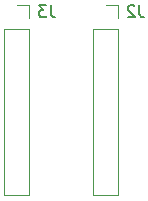
<source format=gbr>
%TF.GenerationSoftware,KiCad,Pcbnew,8.0.0*%
%TF.CreationDate,2024-03-25T14:49:14-05:00*%
%TF.ProjectId,ICD_2x8_16P_ breadboard_breakout,4943445f-3278-4385-9f31-36505f206272,rev?*%
%TF.SameCoordinates,Original*%
%TF.FileFunction,Legend,Bot*%
%TF.FilePolarity,Positive*%
%FSLAX46Y46*%
G04 Gerber Fmt 4.6, Leading zero omitted, Abs format (unit mm)*
G04 Created by KiCad (PCBNEW 8.0.0) date 2024-03-25 14:49:14*
%MOMM*%
%LPD*%
G01*
G04 APERTURE LIST*
%ADD10C,0.150000*%
%ADD11C,0.120000*%
G04 APERTURE END LIST*
D10*
X95833333Y-61954819D02*
X95833333Y-62669104D01*
X95833333Y-62669104D02*
X95880952Y-62811961D01*
X95880952Y-62811961D02*
X95976190Y-62907200D01*
X95976190Y-62907200D02*
X96119047Y-62954819D01*
X96119047Y-62954819D02*
X96214285Y-62954819D01*
X95404761Y-62050057D02*
X95357142Y-62002438D01*
X95357142Y-62002438D02*
X95261904Y-61954819D01*
X95261904Y-61954819D02*
X95023809Y-61954819D01*
X95023809Y-61954819D02*
X94928571Y-62002438D01*
X94928571Y-62002438D02*
X94880952Y-62050057D01*
X94880952Y-62050057D02*
X94833333Y-62145295D01*
X94833333Y-62145295D02*
X94833333Y-62240533D01*
X94833333Y-62240533D02*
X94880952Y-62383390D01*
X94880952Y-62383390D02*
X95452380Y-62954819D01*
X95452380Y-62954819D02*
X94833333Y-62954819D01*
X88333333Y-61954819D02*
X88333333Y-62669104D01*
X88333333Y-62669104D02*
X88380952Y-62811961D01*
X88380952Y-62811961D02*
X88476190Y-62907200D01*
X88476190Y-62907200D02*
X88619047Y-62954819D01*
X88619047Y-62954819D02*
X88714285Y-62954819D01*
X87952380Y-61954819D02*
X87333333Y-61954819D01*
X87333333Y-61954819D02*
X87666666Y-62335771D01*
X87666666Y-62335771D02*
X87523809Y-62335771D01*
X87523809Y-62335771D02*
X87428571Y-62383390D01*
X87428571Y-62383390D02*
X87380952Y-62431009D01*
X87380952Y-62431009D02*
X87333333Y-62526247D01*
X87333333Y-62526247D02*
X87333333Y-62764342D01*
X87333333Y-62764342D02*
X87380952Y-62859580D01*
X87380952Y-62859580D02*
X87428571Y-62907200D01*
X87428571Y-62907200D02*
X87523809Y-62954819D01*
X87523809Y-62954819D02*
X87809523Y-62954819D01*
X87809523Y-62954819D02*
X87904761Y-62907200D01*
X87904761Y-62907200D02*
X87952380Y-62859580D01*
D11*
%TO.C,J2*%
X91940000Y-64000000D02*
X94060000Y-64000000D01*
X91940000Y-78060000D02*
X91940000Y-64000000D01*
X91940000Y-78060000D02*
X94060000Y-78060000D01*
X93000000Y-61940000D02*
X94060000Y-61940000D01*
X94060000Y-61940000D02*
X94060000Y-63000000D01*
X94060000Y-78060000D02*
X94060000Y-64000000D01*
%TO.C,J3*%
X84390000Y-64000000D02*
X86510000Y-64000000D01*
X84390000Y-78060000D02*
X84390000Y-64000000D01*
X84390000Y-78060000D02*
X86510000Y-78060000D01*
X85450000Y-61940000D02*
X86510000Y-61940000D01*
X86510000Y-61940000D02*
X86510000Y-63000000D01*
X86510000Y-78060000D02*
X86510000Y-64000000D01*
%TD*%
M02*

</source>
